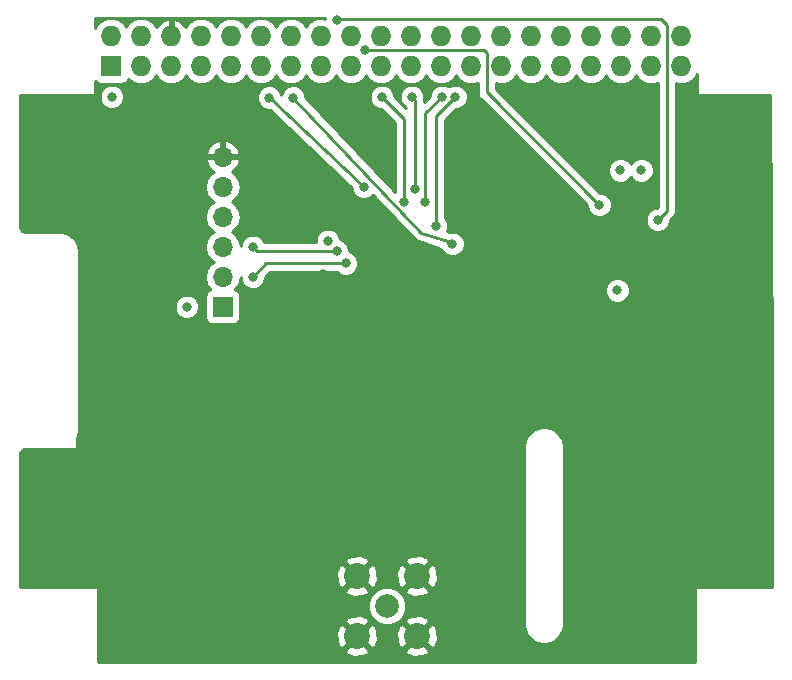
<source format=gbl>
G04 #@! TF.GenerationSoftware,KiCad,Pcbnew,5.0.1-33cea8e~67~ubuntu18.04.1*
G04 #@! TF.CreationDate,2018-12-03T16:30:20-06:00*
G04 #@! TF.ProjectId,PiHatAx5043,50694861744178353034332E6B696361,V1.3*
G04 #@! TF.SameCoordinates,Original*
G04 #@! TF.FileFunction,Copper,L4,Bot,Signal*
G04 #@! TF.FilePolarity,Positive*
%FSLAX46Y46*%
G04 Gerber Fmt 4.6, Leading zero omitted, Abs format (unit mm)*
G04 Created by KiCad (PCBNEW 5.0.1-33cea8e~67~ubuntu18.04.1) date Mon 03 Dec 2018 04:30:20 PM CST*
%MOMM*%
%LPD*%
G01*
G04 APERTURE LIST*
G04 #@! TA.AperFunction,ComponentPad*
%ADD10R,1.727200X1.727200*%
G04 #@! TD*
G04 #@! TA.AperFunction,ComponentPad*
%ADD11O,1.727200X1.727200*%
G04 #@! TD*
G04 #@! TA.AperFunction,ComponentPad*
%ADD12C,2.200000*%
G04 #@! TD*
G04 #@! TA.AperFunction,ComponentPad*
%ADD13C,2.000000*%
G04 #@! TD*
G04 #@! TA.AperFunction,ComponentPad*
%ADD14R,1.700000X1.700000*%
G04 #@! TD*
G04 #@! TA.AperFunction,ComponentPad*
%ADD15O,1.700000X1.700000*%
G04 #@! TD*
G04 #@! TA.AperFunction,ViaPad*
%ADD16C,0.800000*%
G04 #@! TD*
G04 #@! TA.AperFunction,Conductor*
%ADD17C,0.250000*%
G04 #@! TD*
G04 #@! TA.AperFunction,Conductor*
%ADD18C,0.254000*%
G04 #@! TD*
G04 APERTURE END LIST*
D10*
G04 #@! TO.P,P2,1*
G04 #@! TO.N,+3V3*
X52270000Y-43370000D03*
D11*
G04 #@! TO.P,P2,2*
G04 #@! TO.N,+5V*
X52270000Y-40830000D03*
G04 #@! TO.P,P2,3*
G04 #@! TO.N,/GPIO0(SDA)*
X54810000Y-43370000D03*
G04 #@! TO.P,P2,4*
G04 #@! TO.N,Net-(P2-Pad4)*
X54810000Y-40830000D03*
G04 #@! TO.P,P2,5*
G04 #@! TO.N,/GPIO1(SCL)*
X57350000Y-43370000D03*
G04 #@! TO.P,P2,6*
G04 #@! TO.N,GND*
X57350000Y-40830000D03*
G04 #@! TO.P,P2,7*
G04 #@! TO.N,/GPIO4*
X59890000Y-43370000D03*
G04 #@! TO.P,P2,8*
G04 #@! TO.N,/TXD*
X59890000Y-40830000D03*
G04 #@! TO.P,P2,9*
G04 #@! TO.N,Net-(P2-Pad9)*
X62430000Y-43370000D03*
G04 #@! TO.P,P2,10*
G04 #@! TO.N,/RXD*
X62430000Y-40830000D03*
G04 #@! TO.P,P2,11*
G04 #@! TO.N,AX5043_IRQ*
X64970000Y-43370000D03*
G04 #@! TO.P,P2,12*
G04 #@! TO.N,/GPIO18*
X64970000Y-40830000D03*
G04 #@! TO.P,P2,13*
G04 #@! TO.N,AX5043_SYSCLK*
X67510000Y-43370000D03*
G04 #@! TO.P,P2,14*
G04 #@! TO.N,Net-(P2-Pad14)*
X67510000Y-40830000D03*
G04 #@! TO.P,P2,15*
G04 #@! TO.N,Net-(P2-Pad15)*
X70050000Y-43370000D03*
G04 #@! TO.P,P2,16*
G04 #@! TO.N,I2C_SDA*
X70050000Y-40830000D03*
G04 #@! TO.P,P2,17*
G04 #@! TO.N,Net-(P2-Pad17)*
X72590000Y-43370000D03*
G04 #@! TO.P,P2,18*
G04 #@! TO.N,I2C_SCL*
X72590000Y-40830000D03*
G04 #@! TO.P,P2,19*
G04 #@! TO.N,AX5043_MOSI*
X75130000Y-43370000D03*
G04 #@! TO.P,P2,20*
G04 #@! TO.N,Net-(P2-Pad20)*
X75130000Y-40830000D03*
G04 #@! TO.P,P2,21*
G04 #@! TO.N,AX5043_MISO*
X77670000Y-43370000D03*
G04 #@! TO.P,P2,22*
G04 #@! TO.N,/GPIO25*
X77670000Y-40830000D03*
G04 #@! TO.P,P2,23*
G04 #@! TO.N,AX5043_CLK*
X80210000Y-43370000D03*
G04 #@! TO.P,P2,24*
G04 #@! TO.N,AX5043_SEL*
X80210000Y-40830000D03*
G04 #@! TO.P,P2,25*
G04 #@! TO.N,Net-(P2-Pad25)*
X82750000Y-43370000D03*
G04 #@! TO.P,P2,26*
G04 #@! TO.N,/GPIO7(CE1)*
X82750000Y-40830000D03*
G04 #@! TO.P,P2,27*
G04 #@! TO.N,N/C*
X85290000Y-43370000D03*
G04 #@! TO.P,P2,28*
X85290000Y-40830000D03*
G04 #@! TO.P,P2,29*
X87830000Y-43370000D03*
G04 #@! TO.P,P2,30*
X87830000Y-40830000D03*
G04 #@! TO.P,P2,31*
X90370000Y-43370000D03*
G04 #@! TO.P,P2,32*
X90370000Y-40830000D03*
G04 #@! TO.P,P2,33*
X92910000Y-43370000D03*
G04 #@! TO.P,P2,34*
X92910000Y-40830000D03*
G04 #@! TO.P,P2,35*
X95450000Y-43370000D03*
G04 #@! TO.P,P2,36*
X95450000Y-40830000D03*
G04 #@! TO.P,P2,37*
X97990000Y-43370000D03*
G04 #@! TO.P,P2,38*
X97990000Y-40830000D03*
G04 #@! TO.P,P2,39*
X100530000Y-43370000D03*
G04 #@! TO.P,P2,40*
X100530000Y-40830000D03*
G04 #@! TD*
D12*
G04 #@! TO.P,P1,2*
G04 #@! TO.N,GND*
X73088500Y-86550500D03*
X78168500Y-86550500D03*
X78168500Y-91630500D03*
X73088500Y-91630500D03*
D13*
G04 #@! TO.P,P1,1*
G04 #@! TO.N,Net-(C1-Pad1)*
X75628500Y-89090500D03*
G04 #@! TD*
D14*
G04 #@! TO.P,P3,1*
G04 #@! TO.N,+3V3*
X61722000Y-63754000D03*
D15*
G04 #@! TO.P,P3,2*
G04 #@! TO.N,AX5043_GPADC2*
X61722000Y-61214000D03*
G04 #@! TO.P,P3,3*
G04 #@! TO.N,AX5043_GPADC1*
X61722000Y-58674000D03*
G04 #@! TO.P,P3,4*
G04 #@! TO.N,Net-(P3-Pad4)*
X61722000Y-56134000D03*
G04 #@! TO.P,P3,5*
G04 #@! TO.N,Net-(P3-Pad5)*
X61722000Y-53594000D03*
G04 #@! TO.P,P3,6*
G04 #@! TO.N,GND*
X61722000Y-51054000D03*
G04 #@! TD*
D16*
G04 #@! TO.N,GND*
X78930500Y-64960500D03*
X80010000Y-66675000D03*
X80010000Y-65532000D03*
X77787500Y-63754000D03*
X77787500Y-64960500D03*
X59055000Y-51054000D03*
X82804000Y-63881000D03*
X72771000Y-79502000D03*
X72898000Y-82486500D03*
X74231500Y-82105500D03*
X74231500Y-80772000D03*
X73152000Y-80708500D03*
X72771000Y-73787000D03*
X73088500Y-78422500D03*
X74104500Y-77597000D03*
X74104500Y-76454000D03*
X74866500Y-75692000D03*
X74295000Y-74930000D03*
X73215500Y-74866500D03*
X72644000Y-66675000D03*
X72961500Y-72771000D03*
X74104500Y-72263000D03*
X74104500Y-71120000D03*
X74358500Y-70040500D03*
X74358500Y-69024500D03*
X74358500Y-68008500D03*
X73152000Y-67754500D03*
X73025000Y-65468500D03*
X74485500Y-65278000D03*
X75692000Y-64960500D03*
X80137000Y-75311000D03*
X76835000Y-83566000D03*
X78041500Y-83502500D03*
X78422500Y-82486500D03*
X78422500Y-81343500D03*
X78422500Y-80264000D03*
X77406500Y-79502000D03*
X78613000Y-78803500D03*
X78613000Y-77660500D03*
X78613000Y-76581000D03*
X79883000Y-76390500D03*
X78613000Y-67945000D03*
X79756000Y-67691000D03*
X79692500Y-72517000D03*
X78740000Y-72072500D03*
X78740000Y-70993000D03*
X78613000Y-69977000D03*
X78613000Y-68961000D03*
X93218000Y-56388000D03*
X72771000Y-83566000D03*
X58674000Y-47752000D03*
X55753000Y-58674000D03*
X55499000Y-62103000D03*
X70866000Y-55753000D03*
X65405000Y-63119000D03*
X70231000Y-60960000D03*
X71501000Y-64897000D03*
X94107000Y-61341000D03*
X96647000Y-65024000D03*
X80137000Y-73787000D03*
X81026000Y-91694000D03*
X80899000Y-86487000D03*
X70231000Y-86614000D03*
X70358000Y-91694000D03*
X75692000Y-63754000D03*
G04 #@! TO.N,+3V3*
X95123000Y-62357000D03*
X97155000Y-52197000D03*
X95377000Y-52197000D03*
X70612000Y-58166000D03*
X58674000Y-63754000D03*
X52324000Y-45974000D03*
G04 #@! TO.N,AX5043_IRQ*
X73660000Y-53594000D03*
X65659000Y-46037500D03*
G04 #@! TO.N,AX5043_SYSCLK*
X67690500Y-46038900D03*
X81153000Y-58420000D03*
G04 #@! TO.N,I2C_SDA*
X98552000Y-56388000D03*
X71374000Y-39497000D03*
G04 #@! TO.N,I2C_SCL*
X73787000Y-42037000D03*
X93599000Y-55118000D03*
G04 #@! TO.N,AX5043_MOSI*
X77089000Y-54864000D03*
X75184000Y-45974000D03*
G04 #@! TO.N,AX5043_MISO*
X77978000Y-53784500D03*
X77724000Y-45974000D03*
G04 #@! TO.N,AX5043_CLK*
X78867000Y-54864000D03*
X80264000Y-45974000D03*
G04 #@! TO.N,AX5043_SEL*
X79756000Y-56896000D03*
X81407000Y-45974000D03*
G04 #@! TO.N,AX5043_GPADC2*
X64262000Y-61214000D03*
X72136000Y-60071000D03*
G04 #@! TO.N,AX5043_GPADC1*
X71374000Y-59055000D03*
X64262000Y-58674000D03*
G04 #@! TD*
D17*
G04 #@! TO.N,AX5043_IRQ*
X65659000Y-45974000D02*
X73660000Y-53594000D01*
X65659000Y-46037500D02*
X65659000Y-45974000D01*
G04 #@! TO.N,AX5043_SYSCLK*
X81026000Y-58293000D02*
X81153000Y-58420000D01*
X78510900Y-57468900D02*
X81026000Y-58293000D01*
X67690500Y-46038900D02*
X78510900Y-57468900D01*
G04 #@! TO.N,I2C_SDA*
X99314000Y-55626000D02*
X98552000Y-56388000D01*
X99314000Y-39878000D02*
X99314000Y-55626000D01*
X98806000Y-39370000D02*
X99314000Y-39878000D01*
X71501000Y-39370000D02*
X98806000Y-39370000D01*
X71374000Y-39497000D02*
X71501000Y-39370000D01*
G04 #@! TO.N,I2C_SCL*
X73787000Y-42037000D02*
X83820000Y-42037000D01*
X83820000Y-42037000D02*
X84074000Y-42291000D01*
X84074000Y-42291000D02*
X84074000Y-45593000D01*
X84074000Y-45593000D02*
X93599000Y-55118000D01*
G04 #@! TO.N,AX5043_MOSI*
X77089000Y-47879000D02*
X77089000Y-54864000D01*
X75184000Y-45974000D02*
X77089000Y-47879000D01*
G04 #@! TO.N,AX5043_MISO*
X77978000Y-46228000D02*
X77978000Y-53784500D01*
X77724000Y-45974000D02*
X77978000Y-46228000D01*
G04 #@! TO.N,AX5043_CLK*
X78867000Y-47371000D02*
X78867000Y-54864000D01*
X80264000Y-45974000D02*
X78867000Y-47371000D01*
G04 #@! TO.N,AX5043_SEL*
X79756000Y-47625000D02*
X79756000Y-56896000D01*
X81407000Y-45974000D02*
X79756000Y-47625000D01*
G04 #@! TO.N,AX5043_GPADC2*
X64262000Y-61214000D02*
X65405000Y-60071000D01*
X65405000Y-60071000D02*
X72136000Y-60071000D01*
G04 #@! TO.N,AX5043_GPADC1*
X64643000Y-59055000D02*
X71374000Y-59055000D01*
X64262000Y-58674000D02*
X64643000Y-59055000D01*
G04 #@! TD*
D18*
G04 #@! TO.N,GND*
G36*
X101854000Y-45720000D02*
X101863667Y-45768601D01*
X101891197Y-45809803D01*
X101932399Y-45837333D01*
X101981000Y-45847000D01*
X108077767Y-45847000D01*
X108215001Y-68490499D01*
X108215001Y-87503000D01*
X101854000Y-87503000D01*
X101805399Y-87512667D01*
X101764197Y-87540197D01*
X101736667Y-87581399D01*
X101727000Y-87630000D01*
X101727000Y-93853000D01*
X51181000Y-93853000D01*
X51181000Y-92855368D01*
X72043237Y-92855368D01*
X72154141Y-93132599D01*
X72800093Y-93375823D01*
X73489953Y-93353336D01*
X74022859Y-93132599D01*
X74133763Y-92855368D01*
X77123237Y-92855368D01*
X77234141Y-93132599D01*
X77880093Y-93375823D01*
X78569953Y-93353336D01*
X79102859Y-93132599D01*
X79213763Y-92855368D01*
X78168500Y-91810105D01*
X77123237Y-92855368D01*
X74133763Y-92855368D01*
X73088500Y-91810105D01*
X72043237Y-92855368D01*
X51181000Y-92855368D01*
X51181000Y-91342093D01*
X71343177Y-91342093D01*
X71365664Y-92031953D01*
X71586401Y-92564859D01*
X71863632Y-92675763D01*
X72908895Y-91630500D01*
X73268105Y-91630500D01*
X74313368Y-92675763D01*
X74590599Y-92564859D01*
X74833823Y-91918907D01*
X74815021Y-91342093D01*
X76423177Y-91342093D01*
X76445664Y-92031953D01*
X76666401Y-92564859D01*
X76943632Y-92675763D01*
X77988895Y-91630500D01*
X78348105Y-91630500D01*
X79393368Y-92675763D01*
X79670599Y-92564859D01*
X79913823Y-91918907D01*
X79891336Y-91229047D01*
X79670599Y-90696141D01*
X79393368Y-90585237D01*
X78348105Y-91630500D01*
X77988895Y-91630500D01*
X76943632Y-90585237D01*
X76666401Y-90696141D01*
X76423177Y-91342093D01*
X74815021Y-91342093D01*
X74811336Y-91229047D01*
X74590599Y-90696141D01*
X74313368Y-90585237D01*
X73268105Y-91630500D01*
X72908895Y-91630500D01*
X71863632Y-90585237D01*
X71586401Y-90696141D01*
X71343177Y-91342093D01*
X51181000Y-91342093D01*
X51181000Y-90405632D01*
X72043237Y-90405632D01*
X73088500Y-91450895D01*
X74133763Y-90405632D01*
X74022859Y-90128401D01*
X73376907Y-89885177D01*
X72687047Y-89907664D01*
X72154141Y-90128401D01*
X72043237Y-90405632D01*
X51181000Y-90405632D01*
X51181000Y-88765278D01*
X73993500Y-88765278D01*
X73993500Y-89415722D01*
X74242414Y-90016653D01*
X74702347Y-90476586D01*
X75303278Y-90725500D01*
X75953722Y-90725500D01*
X76554653Y-90476586D01*
X76625607Y-90405632D01*
X77123237Y-90405632D01*
X78168500Y-91450895D01*
X79213763Y-90405632D01*
X79102859Y-90128401D01*
X78456907Y-89885177D01*
X77767047Y-89907664D01*
X77234141Y-90128401D01*
X77123237Y-90405632D01*
X76625607Y-90405632D01*
X77014586Y-90016653D01*
X77263500Y-89415722D01*
X77263500Y-88765278D01*
X77014586Y-88164347D01*
X76625607Y-87775368D01*
X77123237Y-87775368D01*
X77234141Y-88052599D01*
X77880093Y-88295823D01*
X78569953Y-88273336D01*
X79102859Y-88052599D01*
X79213763Y-87775368D01*
X78168500Y-86730105D01*
X77123237Y-87775368D01*
X76625607Y-87775368D01*
X76554653Y-87704414D01*
X75953722Y-87455500D01*
X75303278Y-87455500D01*
X74702347Y-87704414D01*
X74242414Y-88164347D01*
X73993500Y-88765278D01*
X51181000Y-88765278D01*
X51181000Y-87775368D01*
X72043237Y-87775368D01*
X72154141Y-88052599D01*
X72800093Y-88295823D01*
X73489953Y-88273336D01*
X74022859Y-88052599D01*
X74133763Y-87775368D01*
X73088500Y-86730105D01*
X72043237Y-87775368D01*
X51181000Y-87775368D01*
X51181000Y-87630000D01*
X51171333Y-87581399D01*
X51143803Y-87540197D01*
X51102601Y-87512667D01*
X51054000Y-87503000D01*
X44585000Y-87503000D01*
X44585000Y-86262093D01*
X71343177Y-86262093D01*
X71365664Y-86951953D01*
X71586401Y-87484859D01*
X71863632Y-87595763D01*
X72908895Y-86550500D01*
X73268105Y-86550500D01*
X74313368Y-87595763D01*
X74590599Y-87484859D01*
X74833823Y-86838907D01*
X74815021Y-86262093D01*
X76423177Y-86262093D01*
X76445664Y-86951953D01*
X76666401Y-87484859D01*
X76943632Y-87595763D01*
X77988895Y-86550500D01*
X78348105Y-86550500D01*
X79393368Y-87595763D01*
X79670599Y-87484859D01*
X79913823Y-86838907D01*
X79891336Y-86149047D01*
X79670599Y-85616141D01*
X79393368Y-85505237D01*
X78348105Y-86550500D01*
X77988895Y-86550500D01*
X76943632Y-85505237D01*
X76666401Y-85616141D01*
X76423177Y-86262093D01*
X74815021Y-86262093D01*
X74811336Y-86149047D01*
X74590599Y-85616141D01*
X74313368Y-85505237D01*
X73268105Y-86550500D01*
X72908895Y-86550500D01*
X71863632Y-85505237D01*
X71586401Y-85616141D01*
X71343177Y-86262093D01*
X44585000Y-86262093D01*
X44585000Y-85325632D01*
X72043237Y-85325632D01*
X73088500Y-86370895D01*
X74133763Y-85325632D01*
X77123237Y-85325632D01*
X78168500Y-86370895D01*
X79213763Y-85325632D01*
X79102859Y-85048401D01*
X78456907Y-84805177D01*
X77767047Y-84827664D01*
X77234141Y-85048401D01*
X77123237Y-85325632D01*
X74133763Y-85325632D01*
X74022859Y-85048401D01*
X73376907Y-84805177D01*
X72687047Y-84827664D01*
X72154141Y-85048401D01*
X72043237Y-85325632D01*
X44585000Y-85325632D01*
X44585000Y-76167466D01*
X44621376Y-75984591D01*
X44621625Y-75984218D01*
X44869452Y-75819000D01*
X49276000Y-75819000D01*
X49324601Y-75809333D01*
X49365803Y-75781803D01*
X49393333Y-75740601D01*
X49403000Y-75692000D01*
X49403000Y-75532539D01*
X87215000Y-75532539D01*
X87215001Y-90667462D01*
X87228162Y-90733627D01*
X87228162Y-90733636D01*
X87304282Y-91116319D01*
X87355534Y-91240052D01*
X87406563Y-91363248D01*
X87623336Y-91687672D01*
X87812328Y-91876664D01*
X88136751Y-92093437D01*
X88190876Y-92115856D01*
X88383681Y-92195718D01*
X88766364Y-92271838D01*
X89033636Y-92271838D01*
X89416319Y-92195718D01*
X89663248Y-92093437D01*
X89663249Y-92093436D01*
X89987672Y-91876664D01*
X90176664Y-91687672D01*
X90393437Y-91363249D01*
X90450942Y-91224419D01*
X90495718Y-91116319D01*
X90571838Y-90733636D01*
X90571838Y-90733632D01*
X90585000Y-90667462D01*
X90585000Y-75532538D01*
X90571838Y-75466368D01*
X90571838Y-75466364D01*
X90495718Y-75083681D01*
X90415594Y-74890243D01*
X90393437Y-74836751D01*
X90176664Y-74512328D01*
X89987672Y-74323336D01*
X89663248Y-74106563D01*
X89652517Y-74102118D01*
X89416319Y-74004282D01*
X89033636Y-73928162D01*
X88766364Y-73928162D01*
X88383681Y-74004282D01*
X88239032Y-74064197D01*
X88136751Y-74106563D01*
X87812328Y-74323336D01*
X87623336Y-74512328D01*
X87406564Y-74836751D01*
X87406563Y-74836752D01*
X87304282Y-75083681D01*
X87228162Y-75466364D01*
X87228162Y-75466369D01*
X87215000Y-75532539D01*
X49403000Y-75532539D01*
X49403000Y-74840161D01*
X49447123Y-74733637D01*
X49495718Y-74616319D01*
X49571838Y-74233636D01*
X49571838Y-74233632D01*
X49585000Y-74167462D01*
X49585000Y-63548126D01*
X57639000Y-63548126D01*
X57639000Y-63959874D01*
X57796569Y-64340280D01*
X58087720Y-64631431D01*
X58468126Y-64789000D01*
X58879874Y-64789000D01*
X59260280Y-64631431D01*
X59551431Y-64340280D01*
X59709000Y-63959874D01*
X59709000Y-63548126D01*
X59551431Y-63167720D01*
X59260280Y-62876569D01*
X58879874Y-62719000D01*
X58468126Y-62719000D01*
X58087720Y-62876569D01*
X57796569Y-63167720D01*
X57639000Y-63548126D01*
X49585000Y-63548126D01*
X49585000Y-59032538D01*
X49571838Y-58966368D01*
X49571838Y-58966364D01*
X49495718Y-58583681D01*
X49393437Y-58336752D01*
X49393437Y-58336751D01*
X49176664Y-58012328D01*
X48987672Y-57823336D01*
X48663248Y-57606563D01*
X48632573Y-57593857D01*
X48627264Y-57591658D01*
X48603803Y-57568197D01*
X48562601Y-57540667D01*
X48514000Y-57531000D01*
X48480822Y-57531000D01*
X48416319Y-57504282D01*
X48033636Y-57428162D01*
X48033632Y-57428162D01*
X47967462Y-57415000D01*
X44967466Y-57415000D01*
X44784590Y-57378624D01*
X44686751Y-57313250D01*
X44621376Y-57215409D01*
X44585000Y-57032534D01*
X44585000Y-53594000D01*
X60207908Y-53594000D01*
X60323161Y-54173418D01*
X60651375Y-54664625D01*
X60949761Y-54864000D01*
X60651375Y-55063375D01*
X60323161Y-55554582D01*
X60207908Y-56134000D01*
X60323161Y-56713418D01*
X60651375Y-57204625D01*
X60949761Y-57404000D01*
X60651375Y-57603375D01*
X60323161Y-58094582D01*
X60207908Y-58674000D01*
X60323161Y-59253418D01*
X60651375Y-59744625D01*
X60949761Y-59944000D01*
X60651375Y-60143375D01*
X60323161Y-60634582D01*
X60207908Y-61214000D01*
X60323161Y-61793418D01*
X60651375Y-62284625D01*
X60669619Y-62296816D01*
X60624235Y-62305843D01*
X60414191Y-62446191D01*
X60273843Y-62656235D01*
X60224560Y-62904000D01*
X60224560Y-64604000D01*
X60273843Y-64851765D01*
X60414191Y-65061809D01*
X60624235Y-65202157D01*
X60872000Y-65251440D01*
X62572000Y-65251440D01*
X62819765Y-65202157D01*
X63029809Y-65061809D01*
X63170157Y-64851765D01*
X63219440Y-64604000D01*
X63219440Y-62904000D01*
X63170157Y-62656235D01*
X63029809Y-62446191D01*
X62819765Y-62305843D01*
X62774381Y-62296816D01*
X62792625Y-62284625D01*
X63120839Y-61793418D01*
X63227000Y-61259709D01*
X63227000Y-61419874D01*
X63384569Y-61800280D01*
X63675720Y-62091431D01*
X64056126Y-62249000D01*
X64467874Y-62249000D01*
X64704163Y-62151126D01*
X94088000Y-62151126D01*
X94088000Y-62562874D01*
X94245569Y-62943280D01*
X94536720Y-63234431D01*
X94917126Y-63392000D01*
X95328874Y-63392000D01*
X95709280Y-63234431D01*
X96000431Y-62943280D01*
X96158000Y-62562874D01*
X96158000Y-62151126D01*
X96000431Y-61770720D01*
X95709280Y-61479569D01*
X95328874Y-61322000D01*
X94917126Y-61322000D01*
X94536720Y-61479569D01*
X94245569Y-61770720D01*
X94088000Y-62151126D01*
X64704163Y-62151126D01*
X64848280Y-62091431D01*
X65139431Y-61800280D01*
X65297000Y-61419874D01*
X65297000Y-61253801D01*
X65719802Y-60831000D01*
X71432289Y-60831000D01*
X71549720Y-60948431D01*
X71930126Y-61106000D01*
X72341874Y-61106000D01*
X72722280Y-60948431D01*
X73013431Y-60657280D01*
X73171000Y-60276874D01*
X73171000Y-59865126D01*
X73013431Y-59484720D01*
X72722280Y-59193569D01*
X72409000Y-59063804D01*
X72409000Y-58849126D01*
X72251431Y-58468720D01*
X71960280Y-58177569D01*
X71647000Y-58047804D01*
X71647000Y-57960126D01*
X71489431Y-57579720D01*
X71198280Y-57288569D01*
X70817874Y-57131000D01*
X70406126Y-57131000D01*
X70025720Y-57288569D01*
X69734569Y-57579720D01*
X69577000Y-57960126D01*
X69577000Y-58295000D01*
X65225289Y-58295000D01*
X65139431Y-58087720D01*
X64848280Y-57796569D01*
X64467874Y-57639000D01*
X64056126Y-57639000D01*
X63675720Y-57796569D01*
X63384569Y-58087720D01*
X63227000Y-58468126D01*
X63227000Y-58628291D01*
X63120839Y-58094582D01*
X62792625Y-57603375D01*
X62494239Y-57404000D01*
X62792625Y-57204625D01*
X63120839Y-56713418D01*
X63236092Y-56134000D01*
X63120839Y-55554582D01*
X62792625Y-55063375D01*
X62494239Y-54864000D01*
X62792625Y-54664625D01*
X63120839Y-54173418D01*
X63236092Y-53594000D01*
X63120839Y-53014582D01*
X62792625Y-52523375D01*
X62473522Y-52310157D01*
X62603358Y-52249183D01*
X62993645Y-51820924D01*
X63163476Y-51410890D01*
X63042155Y-51181000D01*
X61849000Y-51181000D01*
X61849000Y-51201000D01*
X61595000Y-51201000D01*
X61595000Y-51181000D01*
X60401845Y-51181000D01*
X60280524Y-51410890D01*
X60450355Y-51820924D01*
X60840642Y-52249183D01*
X60970478Y-52310157D01*
X60651375Y-52523375D01*
X60323161Y-53014582D01*
X60207908Y-53594000D01*
X44585000Y-53594000D01*
X44585000Y-50697110D01*
X60280524Y-50697110D01*
X60401845Y-50927000D01*
X61595000Y-50927000D01*
X61595000Y-49733181D01*
X61849000Y-49733181D01*
X61849000Y-50927000D01*
X63042155Y-50927000D01*
X63163476Y-50697110D01*
X62993645Y-50287076D01*
X62603358Y-49858817D01*
X62078892Y-49612514D01*
X61849000Y-49733181D01*
X61595000Y-49733181D01*
X61365108Y-49612514D01*
X60840642Y-49858817D01*
X60450355Y-50287076D01*
X60280524Y-50697110D01*
X44585000Y-50697110D01*
X44585000Y-45847000D01*
X50800000Y-45847000D01*
X50848601Y-45837333D01*
X50889803Y-45809803D01*
X50917333Y-45768601D01*
X50917427Y-45768126D01*
X51289000Y-45768126D01*
X51289000Y-46179874D01*
X51446569Y-46560280D01*
X51737720Y-46851431D01*
X52118126Y-47009000D01*
X52529874Y-47009000D01*
X52910280Y-46851431D01*
X53201431Y-46560280D01*
X53359000Y-46179874D01*
X53359000Y-45831626D01*
X64624000Y-45831626D01*
X64624000Y-46243374D01*
X64781569Y-46623780D01*
X65072720Y-46914931D01*
X65453126Y-47072500D01*
X65710426Y-47072500D01*
X72625000Y-53657809D01*
X72625000Y-53799874D01*
X72782569Y-54180280D01*
X73073720Y-54471431D01*
X73454126Y-54629000D01*
X73865874Y-54629000D01*
X74246280Y-54471431D01*
X74441734Y-54275977D01*
X77934703Y-57965734D01*
X78006192Y-58056881D01*
X78103624Y-58111763D01*
X78194867Y-58176413D01*
X78307816Y-58202115D01*
X80199171Y-58821837D01*
X80275569Y-59006280D01*
X80566720Y-59297431D01*
X80947126Y-59455000D01*
X81358874Y-59455000D01*
X81739280Y-59297431D01*
X82030431Y-59006280D01*
X82188000Y-58625874D01*
X82188000Y-58214126D01*
X82030431Y-57833720D01*
X81739280Y-57542569D01*
X81358874Y-57385000D01*
X80947126Y-57385000D01*
X80836058Y-57431006D01*
X80676346Y-57378674D01*
X80791000Y-57101874D01*
X80791000Y-56690126D01*
X80633431Y-56309720D01*
X80516000Y-56192289D01*
X80516000Y-47939801D01*
X81446802Y-47009000D01*
X81612874Y-47009000D01*
X81993280Y-46851431D01*
X82284431Y-46560280D01*
X82442000Y-46179874D01*
X82442000Y-45768126D01*
X82284431Y-45387720D01*
X81993280Y-45096569D01*
X81612874Y-44939000D01*
X81201126Y-44939000D01*
X80835500Y-45090447D01*
X80469874Y-44939000D01*
X80058126Y-44939000D01*
X79677720Y-45096569D01*
X79386569Y-45387720D01*
X79229000Y-45768126D01*
X79229000Y-45934198D01*
X78738000Y-46425198D01*
X78738000Y-46302846D01*
X78752888Y-46227999D01*
X78748404Y-46205456D01*
X78759000Y-46179874D01*
X78759000Y-45768126D01*
X78601431Y-45387720D01*
X78310280Y-45096569D01*
X77929874Y-44939000D01*
X77518126Y-44939000D01*
X77137720Y-45096569D01*
X76846569Y-45387720D01*
X76689000Y-45768126D01*
X76689000Y-46179874D01*
X76846569Y-46560280D01*
X77137720Y-46851431D01*
X77218000Y-46884684D01*
X77218000Y-46933198D01*
X76219000Y-45934199D01*
X76219000Y-45768126D01*
X76061431Y-45387720D01*
X75770280Y-45096569D01*
X75389874Y-44939000D01*
X74978126Y-44939000D01*
X74597720Y-45096569D01*
X74306569Y-45387720D01*
X74149000Y-45768126D01*
X74149000Y-46179874D01*
X74306569Y-46560280D01*
X74597720Y-46851431D01*
X74978126Y-47009000D01*
X75144199Y-47009000D01*
X76329000Y-48193802D01*
X76329001Y-54058584D01*
X68725500Y-46026718D01*
X68725500Y-45833026D01*
X68567931Y-45452620D01*
X68276780Y-45161469D01*
X67896374Y-45003900D01*
X67484626Y-45003900D01*
X67104220Y-45161469D01*
X66813069Y-45452620D01*
X66675040Y-45785852D01*
X66536431Y-45451220D01*
X66245280Y-45160069D01*
X65864874Y-45002500D01*
X65453126Y-45002500D01*
X65072720Y-45160069D01*
X64781569Y-45451220D01*
X64624000Y-45831626D01*
X53359000Y-45831626D01*
X53359000Y-45768126D01*
X53201431Y-45387720D01*
X52910280Y-45096569D01*
X52529874Y-44939000D01*
X52118126Y-44939000D01*
X51737720Y-45096569D01*
X51446569Y-45387720D01*
X51289000Y-45768126D01*
X50917427Y-45768126D01*
X50927000Y-45720000D01*
X50927000Y-44659096D01*
X50948591Y-44691409D01*
X51158635Y-44831757D01*
X51406400Y-44881040D01*
X53133600Y-44881040D01*
X53381365Y-44831757D01*
X53591409Y-44691409D01*
X53731757Y-44481365D01*
X53736932Y-44455349D01*
X54225275Y-44781650D01*
X54662402Y-44868600D01*
X54957598Y-44868600D01*
X55394725Y-44781650D01*
X55890430Y-44450430D01*
X56080000Y-44166719D01*
X56269570Y-44450430D01*
X56765275Y-44781650D01*
X57202402Y-44868600D01*
X57497598Y-44868600D01*
X57934725Y-44781650D01*
X58430430Y-44450430D01*
X58620000Y-44166719D01*
X58809570Y-44450430D01*
X59305275Y-44781650D01*
X59742402Y-44868600D01*
X60037598Y-44868600D01*
X60474725Y-44781650D01*
X60970430Y-44450430D01*
X61160000Y-44166719D01*
X61349570Y-44450430D01*
X61845275Y-44781650D01*
X62282402Y-44868600D01*
X62577598Y-44868600D01*
X63014725Y-44781650D01*
X63510430Y-44450430D01*
X63700000Y-44166719D01*
X63889570Y-44450430D01*
X64385275Y-44781650D01*
X64822402Y-44868600D01*
X65117598Y-44868600D01*
X65554725Y-44781650D01*
X66050430Y-44450430D01*
X66240000Y-44166719D01*
X66429570Y-44450430D01*
X66925275Y-44781650D01*
X67362402Y-44868600D01*
X67657598Y-44868600D01*
X68094725Y-44781650D01*
X68590430Y-44450430D01*
X68780000Y-44166719D01*
X68969570Y-44450430D01*
X69465275Y-44781650D01*
X69902402Y-44868600D01*
X70197598Y-44868600D01*
X70634725Y-44781650D01*
X71130430Y-44450430D01*
X71320000Y-44166719D01*
X71509570Y-44450430D01*
X72005275Y-44781650D01*
X72442402Y-44868600D01*
X72737598Y-44868600D01*
X73174725Y-44781650D01*
X73670430Y-44450430D01*
X73860000Y-44166719D01*
X74049570Y-44450430D01*
X74545275Y-44781650D01*
X74982402Y-44868600D01*
X75277598Y-44868600D01*
X75714725Y-44781650D01*
X76210430Y-44450430D01*
X76400000Y-44166719D01*
X76589570Y-44450430D01*
X77085275Y-44781650D01*
X77522402Y-44868600D01*
X77817598Y-44868600D01*
X78254725Y-44781650D01*
X78750430Y-44450430D01*
X78940000Y-44166719D01*
X79129570Y-44450430D01*
X79625275Y-44781650D01*
X80062402Y-44868600D01*
X80357598Y-44868600D01*
X80794725Y-44781650D01*
X81290430Y-44450430D01*
X81480000Y-44166719D01*
X81669570Y-44450430D01*
X82165275Y-44781650D01*
X82602402Y-44868600D01*
X82897598Y-44868600D01*
X83314001Y-44785772D01*
X83314001Y-45518148D01*
X83299112Y-45593000D01*
X83314001Y-45667852D01*
X83358097Y-45889537D01*
X83526072Y-46140929D01*
X83589528Y-46183329D01*
X92564000Y-55157802D01*
X92564000Y-55323874D01*
X92721569Y-55704280D01*
X93012720Y-55995431D01*
X93393126Y-56153000D01*
X93804874Y-56153000D01*
X94185280Y-55995431D01*
X94476431Y-55704280D01*
X94634000Y-55323874D01*
X94634000Y-54912126D01*
X94476431Y-54531720D01*
X94185280Y-54240569D01*
X93804874Y-54083000D01*
X93638802Y-54083000D01*
X91546928Y-51991126D01*
X94342000Y-51991126D01*
X94342000Y-52402874D01*
X94499569Y-52783280D01*
X94790720Y-53074431D01*
X95171126Y-53232000D01*
X95582874Y-53232000D01*
X95963280Y-53074431D01*
X96254431Y-52783280D01*
X96266000Y-52755350D01*
X96277569Y-52783280D01*
X96568720Y-53074431D01*
X96949126Y-53232000D01*
X97360874Y-53232000D01*
X97741280Y-53074431D01*
X98032431Y-52783280D01*
X98190000Y-52402874D01*
X98190000Y-51991126D01*
X98032431Y-51610720D01*
X97741280Y-51319569D01*
X97360874Y-51162000D01*
X96949126Y-51162000D01*
X96568720Y-51319569D01*
X96277569Y-51610720D01*
X96266000Y-51638650D01*
X96254431Y-51610720D01*
X95963280Y-51319569D01*
X95582874Y-51162000D01*
X95171126Y-51162000D01*
X94790720Y-51319569D01*
X94499569Y-51610720D01*
X94342000Y-51991126D01*
X91546928Y-51991126D01*
X84834000Y-45278199D01*
X84834000Y-44807255D01*
X85142402Y-44868600D01*
X85437598Y-44868600D01*
X85874725Y-44781650D01*
X86370430Y-44450430D01*
X86560000Y-44166719D01*
X86749570Y-44450430D01*
X87245275Y-44781650D01*
X87682402Y-44868600D01*
X87977598Y-44868600D01*
X88414725Y-44781650D01*
X88910430Y-44450430D01*
X89100000Y-44166719D01*
X89289570Y-44450430D01*
X89785275Y-44781650D01*
X90222402Y-44868600D01*
X90517598Y-44868600D01*
X90954725Y-44781650D01*
X91450430Y-44450430D01*
X91640000Y-44166719D01*
X91829570Y-44450430D01*
X92325275Y-44781650D01*
X92762402Y-44868600D01*
X93057598Y-44868600D01*
X93494725Y-44781650D01*
X93990430Y-44450430D01*
X94180000Y-44166719D01*
X94369570Y-44450430D01*
X94865275Y-44781650D01*
X95302402Y-44868600D01*
X95597598Y-44868600D01*
X96034725Y-44781650D01*
X96530430Y-44450430D01*
X96720000Y-44166719D01*
X96909570Y-44450430D01*
X97405275Y-44781650D01*
X97842402Y-44868600D01*
X98137598Y-44868600D01*
X98554000Y-44785772D01*
X98554001Y-55311197D01*
X98512198Y-55353000D01*
X98346126Y-55353000D01*
X97965720Y-55510569D01*
X97674569Y-55801720D01*
X97517000Y-56182126D01*
X97517000Y-56593874D01*
X97674569Y-56974280D01*
X97965720Y-57265431D01*
X98346126Y-57423000D01*
X98757874Y-57423000D01*
X99138280Y-57265431D01*
X99429431Y-56974280D01*
X99587000Y-56593874D01*
X99587000Y-56427802D01*
X99798473Y-56216329D01*
X99861929Y-56173929D01*
X99917031Y-56091463D01*
X100029904Y-55922538D01*
X100039480Y-55874395D01*
X100074000Y-55700852D01*
X100074000Y-55700848D01*
X100088888Y-55626000D01*
X100074000Y-55551152D01*
X100074000Y-44807255D01*
X100382402Y-44868600D01*
X100677598Y-44868600D01*
X101114725Y-44781650D01*
X101610430Y-44450430D01*
X101854000Y-44085902D01*
X101854000Y-45720000D01*
X101854000Y-45720000D01*
G37*
X101854000Y-45720000D02*
X101863667Y-45768601D01*
X101891197Y-45809803D01*
X101932399Y-45837333D01*
X101981000Y-45847000D01*
X108077767Y-45847000D01*
X108215001Y-68490499D01*
X108215001Y-87503000D01*
X101854000Y-87503000D01*
X101805399Y-87512667D01*
X101764197Y-87540197D01*
X101736667Y-87581399D01*
X101727000Y-87630000D01*
X101727000Y-93853000D01*
X51181000Y-93853000D01*
X51181000Y-92855368D01*
X72043237Y-92855368D01*
X72154141Y-93132599D01*
X72800093Y-93375823D01*
X73489953Y-93353336D01*
X74022859Y-93132599D01*
X74133763Y-92855368D01*
X77123237Y-92855368D01*
X77234141Y-93132599D01*
X77880093Y-93375823D01*
X78569953Y-93353336D01*
X79102859Y-93132599D01*
X79213763Y-92855368D01*
X78168500Y-91810105D01*
X77123237Y-92855368D01*
X74133763Y-92855368D01*
X73088500Y-91810105D01*
X72043237Y-92855368D01*
X51181000Y-92855368D01*
X51181000Y-91342093D01*
X71343177Y-91342093D01*
X71365664Y-92031953D01*
X71586401Y-92564859D01*
X71863632Y-92675763D01*
X72908895Y-91630500D01*
X73268105Y-91630500D01*
X74313368Y-92675763D01*
X74590599Y-92564859D01*
X74833823Y-91918907D01*
X74815021Y-91342093D01*
X76423177Y-91342093D01*
X76445664Y-92031953D01*
X76666401Y-92564859D01*
X76943632Y-92675763D01*
X77988895Y-91630500D01*
X78348105Y-91630500D01*
X79393368Y-92675763D01*
X79670599Y-92564859D01*
X79913823Y-91918907D01*
X79891336Y-91229047D01*
X79670599Y-90696141D01*
X79393368Y-90585237D01*
X78348105Y-91630500D01*
X77988895Y-91630500D01*
X76943632Y-90585237D01*
X76666401Y-90696141D01*
X76423177Y-91342093D01*
X74815021Y-91342093D01*
X74811336Y-91229047D01*
X74590599Y-90696141D01*
X74313368Y-90585237D01*
X73268105Y-91630500D01*
X72908895Y-91630500D01*
X71863632Y-90585237D01*
X71586401Y-90696141D01*
X71343177Y-91342093D01*
X51181000Y-91342093D01*
X51181000Y-90405632D01*
X72043237Y-90405632D01*
X73088500Y-91450895D01*
X74133763Y-90405632D01*
X74022859Y-90128401D01*
X73376907Y-89885177D01*
X72687047Y-89907664D01*
X72154141Y-90128401D01*
X72043237Y-90405632D01*
X51181000Y-90405632D01*
X51181000Y-88765278D01*
X73993500Y-88765278D01*
X73993500Y-89415722D01*
X74242414Y-90016653D01*
X74702347Y-90476586D01*
X75303278Y-90725500D01*
X75953722Y-90725500D01*
X76554653Y-90476586D01*
X76625607Y-90405632D01*
X77123237Y-90405632D01*
X78168500Y-91450895D01*
X79213763Y-90405632D01*
X79102859Y-90128401D01*
X78456907Y-89885177D01*
X77767047Y-89907664D01*
X77234141Y-90128401D01*
X77123237Y-90405632D01*
X76625607Y-90405632D01*
X77014586Y-90016653D01*
X77263500Y-89415722D01*
X77263500Y-88765278D01*
X77014586Y-88164347D01*
X76625607Y-87775368D01*
X77123237Y-87775368D01*
X77234141Y-88052599D01*
X77880093Y-88295823D01*
X78569953Y-88273336D01*
X79102859Y-88052599D01*
X79213763Y-87775368D01*
X78168500Y-86730105D01*
X77123237Y-87775368D01*
X76625607Y-87775368D01*
X76554653Y-87704414D01*
X75953722Y-87455500D01*
X75303278Y-87455500D01*
X74702347Y-87704414D01*
X74242414Y-88164347D01*
X73993500Y-88765278D01*
X51181000Y-88765278D01*
X51181000Y-87775368D01*
X72043237Y-87775368D01*
X72154141Y-88052599D01*
X72800093Y-88295823D01*
X73489953Y-88273336D01*
X74022859Y-88052599D01*
X74133763Y-87775368D01*
X73088500Y-86730105D01*
X72043237Y-87775368D01*
X51181000Y-87775368D01*
X51181000Y-87630000D01*
X51171333Y-87581399D01*
X51143803Y-87540197D01*
X51102601Y-87512667D01*
X51054000Y-87503000D01*
X44585000Y-87503000D01*
X44585000Y-86262093D01*
X71343177Y-86262093D01*
X71365664Y-86951953D01*
X71586401Y-87484859D01*
X71863632Y-87595763D01*
X72908895Y-86550500D01*
X73268105Y-86550500D01*
X74313368Y-87595763D01*
X74590599Y-87484859D01*
X74833823Y-86838907D01*
X74815021Y-86262093D01*
X76423177Y-86262093D01*
X76445664Y-86951953D01*
X76666401Y-87484859D01*
X76943632Y-87595763D01*
X77988895Y-86550500D01*
X78348105Y-86550500D01*
X79393368Y-87595763D01*
X79670599Y-87484859D01*
X79913823Y-86838907D01*
X79891336Y-86149047D01*
X79670599Y-85616141D01*
X79393368Y-85505237D01*
X78348105Y-86550500D01*
X77988895Y-86550500D01*
X76943632Y-85505237D01*
X76666401Y-85616141D01*
X76423177Y-86262093D01*
X74815021Y-86262093D01*
X74811336Y-86149047D01*
X74590599Y-85616141D01*
X74313368Y-85505237D01*
X73268105Y-86550500D01*
X72908895Y-86550500D01*
X71863632Y-85505237D01*
X71586401Y-85616141D01*
X71343177Y-86262093D01*
X44585000Y-86262093D01*
X44585000Y-85325632D01*
X72043237Y-85325632D01*
X73088500Y-86370895D01*
X74133763Y-85325632D01*
X77123237Y-85325632D01*
X78168500Y-86370895D01*
X79213763Y-85325632D01*
X79102859Y-85048401D01*
X78456907Y-84805177D01*
X77767047Y-84827664D01*
X77234141Y-85048401D01*
X77123237Y-85325632D01*
X74133763Y-85325632D01*
X74022859Y-85048401D01*
X73376907Y-84805177D01*
X72687047Y-84827664D01*
X72154141Y-85048401D01*
X72043237Y-85325632D01*
X44585000Y-85325632D01*
X44585000Y-76167466D01*
X44621376Y-75984591D01*
X44621625Y-75984218D01*
X44869452Y-75819000D01*
X49276000Y-75819000D01*
X49324601Y-75809333D01*
X49365803Y-75781803D01*
X49393333Y-75740601D01*
X49403000Y-75692000D01*
X49403000Y-75532539D01*
X87215000Y-75532539D01*
X87215001Y-90667462D01*
X87228162Y-90733627D01*
X87228162Y-90733636D01*
X87304282Y-91116319D01*
X87355534Y-91240052D01*
X87406563Y-91363248D01*
X87623336Y-91687672D01*
X87812328Y-91876664D01*
X88136751Y-92093437D01*
X88190876Y-92115856D01*
X88383681Y-92195718D01*
X88766364Y-92271838D01*
X89033636Y-92271838D01*
X89416319Y-92195718D01*
X89663248Y-92093437D01*
X89663249Y-92093436D01*
X89987672Y-91876664D01*
X90176664Y-91687672D01*
X90393437Y-91363249D01*
X90450942Y-91224419D01*
X90495718Y-91116319D01*
X90571838Y-90733636D01*
X90571838Y-90733632D01*
X90585000Y-90667462D01*
X90585000Y-75532538D01*
X90571838Y-75466368D01*
X90571838Y-75466364D01*
X90495718Y-75083681D01*
X90415594Y-74890243D01*
X90393437Y-74836751D01*
X90176664Y-74512328D01*
X89987672Y-74323336D01*
X89663248Y-74106563D01*
X89652517Y-74102118D01*
X89416319Y-74004282D01*
X89033636Y-73928162D01*
X88766364Y-73928162D01*
X88383681Y-74004282D01*
X88239032Y-74064197D01*
X88136751Y-74106563D01*
X87812328Y-74323336D01*
X87623336Y-74512328D01*
X87406564Y-74836751D01*
X87406563Y-74836752D01*
X87304282Y-75083681D01*
X87228162Y-75466364D01*
X87228162Y-75466369D01*
X87215000Y-75532539D01*
X49403000Y-75532539D01*
X49403000Y-74840161D01*
X49447123Y-74733637D01*
X49495718Y-74616319D01*
X49571838Y-74233636D01*
X49571838Y-74233632D01*
X49585000Y-74167462D01*
X49585000Y-63548126D01*
X57639000Y-63548126D01*
X57639000Y-63959874D01*
X57796569Y-64340280D01*
X58087720Y-64631431D01*
X58468126Y-64789000D01*
X58879874Y-64789000D01*
X59260280Y-64631431D01*
X59551431Y-64340280D01*
X59709000Y-63959874D01*
X59709000Y-63548126D01*
X59551431Y-63167720D01*
X59260280Y-62876569D01*
X58879874Y-62719000D01*
X58468126Y-62719000D01*
X58087720Y-62876569D01*
X57796569Y-63167720D01*
X57639000Y-63548126D01*
X49585000Y-63548126D01*
X49585000Y-59032538D01*
X49571838Y-58966368D01*
X49571838Y-58966364D01*
X49495718Y-58583681D01*
X49393437Y-58336752D01*
X49393437Y-58336751D01*
X49176664Y-58012328D01*
X48987672Y-57823336D01*
X48663248Y-57606563D01*
X48632573Y-57593857D01*
X48627264Y-57591658D01*
X48603803Y-57568197D01*
X48562601Y-57540667D01*
X48514000Y-57531000D01*
X48480822Y-57531000D01*
X48416319Y-57504282D01*
X48033636Y-57428162D01*
X48033632Y-57428162D01*
X47967462Y-57415000D01*
X44967466Y-57415000D01*
X44784590Y-57378624D01*
X44686751Y-57313250D01*
X44621376Y-57215409D01*
X44585000Y-57032534D01*
X44585000Y-53594000D01*
X60207908Y-53594000D01*
X60323161Y-54173418D01*
X60651375Y-54664625D01*
X60949761Y-54864000D01*
X60651375Y-55063375D01*
X60323161Y-55554582D01*
X60207908Y-56134000D01*
X60323161Y-56713418D01*
X60651375Y-57204625D01*
X60949761Y-57404000D01*
X60651375Y-57603375D01*
X60323161Y-58094582D01*
X60207908Y-58674000D01*
X60323161Y-59253418D01*
X60651375Y-59744625D01*
X60949761Y-59944000D01*
X60651375Y-60143375D01*
X60323161Y-60634582D01*
X60207908Y-61214000D01*
X60323161Y-61793418D01*
X60651375Y-62284625D01*
X60669619Y-62296816D01*
X60624235Y-62305843D01*
X60414191Y-62446191D01*
X60273843Y-62656235D01*
X60224560Y-62904000D01*
X60224560Y-64604000D01*
X60273843Y-64851765D01*
X60414191Y-65061809D01*
X60624235Y-65202157D01*
X60872000Y-65251440D01*
X62572000Y-65251440D01*
X62819765Y-65202157D01*
X63029809Y-65061809D01*
X63170157Y-64851765D01*
X63219440Y-64604000D01*
X63219440Y-62904000D01*
X63170157Y-62656235D01*
X63029809Y-62446191D01*
X62819765Y-62305843D01*
X62774381Y-62296816D01*
X62792625Y-62284625D01*
X63120839Y-61793418D01*
X63227000Y-61259709D01*
X63227000Y-61419874D01*
X63384569Y-61800280D01*
X63675720Y-62091431D01*
X64056126Y-62249000D01*
X64467874Y-62249000D01*
X64704163Y-62151126D01*
X94088000Y-62151126D01*
X94088000Y-62562874D01*
X94245569Y-62943280D01*
X94536720Y-63234431D01*
X94917126Y-63392000D01*
X95328874Y-63392000D01*
X95709280Y-63234431D01*
X96000431Y-62943280D01*
X96158000Y-62562874D01*
X96158000Y-62151126D01*
X96000431Y-61770720D01*
X95709280Y-61479569D01*
X95328874Y-61322000D01*
X94917126Y-61322000D01*
X94536720Y-61479569D01*
X94245569Y-61770720D01*
X94088000Y-62151126D01*
X64704163Y-62151126D01*
X64848280Y-62091431D01*
X65139431Y-61800280D01*
X65297000Y-61419874D01*
X65297000Y-61253801D01*
X65719802Y-60831000D01*
X71432289Y-60831000D01*
X71549720Y-60948431D01*
X71930126Y-61106000D01*
X72341874Y-61106000D01*
X72722280Y-60948431D01*
X73013431Y-60657280D01*
X73171000Y-60276874D01*
X73171000Y-59865126D01*
X73013431Y-59484720D01*
X72722280Y-59193569D01*
X72409000Y-59063804D01*
X72409000Y-58849126D01*
X72251431Y-58468720D01*
X71960280Y-58177569D01*
X71647000Y-58047804D01*
X71647000Y-57960126D01*
X71489431Y-57579720D01*
X71198280Y-57288569D01*
X70817874Y-57131000D01*
X70406126Y-57131000D01*
X70025720Y-57288569D01*
X69734569Y-57579720D01*
X69577000Y-57960126D01*
X69577000Y-58295000D01*
X65225289Y-58295000D01*
X65139431Y-58087720D01*
X64848280Y-57796569D01*
X64467874Y-57639000D01*
X64056126Y-57639000D01*
X63675720Y-57796569D01*
X63384569Y-58087720D01*
X63227000Y-58468126D01*
X63227000Y-58628291D01*
X63120839Y-58094582D01*
X62792625Y-57603375D01*
X62494239Y-57404000D01*
X62792625Y-57204625D01*
X63120839Y-56713418D01*
X63236092Y-56134000D01*
X63120839Y-55554582D01*
X62792625Y-55063375D01*
X62494239Y-54864000D01*
X62792625Y-54664625D01*
X63120839Y-54173418D01*
X63236092Y-53594000D01*
X63120839Y-53014582D01*
X62792625Y-52523375D01*
X62473522Y-52310157D01*
X62603358Y-52249183D01*
X62993645Y-51820924D01*
X63163476Y-51410890D01*
X63042155Y-51181000D01*
X61849000Y-51181000D01*
X61849000Y-51201000D01*
X61595000Y-51201000D01*
X61595000Y-51181000D01*
X60401845Y-51181000D01*
X60280524Y-51410890D01*
X60450355Y-51820924D01*
X60840642Y-52249183D01*
X60970478Y-52310157D01*
X60651375Y-52523375D01*
X60323161Y-53014582D01*
X60207908Y-53594000D01*
X44585000Y-53594000D01*
X44585000Y-50697110D01*
X60280524Y-50697110D01*
X60401845Y-50927000D01*
X61595000Y-50927000D01*
X61595000Y-49733181D01*
X61849000Y-49733181D01*
X61849000Y-50927000D01*
X63042155Y-50927000D01*
X63163476Y-50697110D01*
X62993645Y-50287076D01*
X62603358Y-49858817D01*
X62078892Y-49612514D01*
X61849000Y-49733181D01*
X61595000Y-49733181D01*
X61365108Y-49612514D01*
X60840642Y-49858817D01*
X60450355Y-50287076D01*
X60280524Y-50697110D01*
X44585000Y-50697110D01*
X44585000Y-45847000D01*
X50800000Y-45847000D01*
X50848601Y-45837333D01*
X50889803Y-45809803D01*
X50917333Y-45768601D01*
X50917427Y-45768126D01*
X51289000Y-45768126D01*
X51289000Y-46179874D01*
X51446569Y-46560280D01*
X51737720Y-46851431D01*
X52118126Y-47009000D01*
X52529874Y-47009000D01*
X52910280Y-46851431D01*
X53201431Y-46560280D01*
X53359000Y-46179874D01*
X53359000Y-45831626D01*
X64624000Y-45831626D01*
X64624000Y-46243374D01*
X64781569Y-46623780D01*
X65072720Y-46914931D01*
X65453126Y-47072500D01*
X65710426Y-47072500D01*
X72625000Y-53657809D01*
X72625000Y-53799874D01*
X72782569Y-54180280D01*
X73073720Y-54471431D01*
X73454126Y-54629000D01*
X73865874Y-54629000D01*
X74246280Y-54471431D01*
X74441734Y-54275977D01*
X77934703Y-57965734D01*
X78006192Y-58056881D01*
X78103624Y-58111763D01*
X78194867Y-58176413D01*
X78307816Y-58202115D01*
X80199171Y-58821837D01*
X80275569Y-59006280D01*
X80566720Y-59297431D01*
X80947126Y-59455000D01*
X81358874Y-59455000D01*
X81739280Y-59297431D01*
X82030431Y-59006280D01*
X82188000Y-58625874D01*
X82188000Y-58214126D01*
X82030431Y-57833720D01*
X81739280Y-57542569D01*
X81358874Y-57385000D01*
X80947126Y-57385000D01*
X80836058Y-57431006D01*
X80676346Y-57378674D01*
X80791000Y-57101874D01*
X80791000Y-56690126D01*
X80633431Y-56309720D01*
X80516000Y-56192289D01*
X80516000Y-47939801D01*
X81446802Y-47009000D01*
X81612874Y-47009000D01*
X81993280Y-46851431D01*
X82284431Y-46560280D01*
X82442000Y-46179874D01*
X82442000Y-45768126D01*
X82284431Y-45387720D01*
X81993280Y-45096569D01*
X81612874Y-44939000D01*
X81201126Y-44939000D01*
X80835500Y-45090447D01*
X80469874Y-44939000D01*
X80058126Y-44939000D01*
X79677720Y-45096569D01*
X79386569Y-45387720D01*
X79229000Y-45768126D01*
X79229000Y-45934198D01*
X78738000Y-46425198D01*
X78738000Y-46302846D01*
X78752888Y-46227999D01*
X78748404Y-46205456D01*
X78759000Y-46179874D01*
X78759000Y-45768126D01*
X78601431Y-45387720D01*
X78310280Y-45096569D01*
X77929874Y-44939000D01*
X77518126Y-44939000D01*
X77137720Y-45096569D01*
X76846569Y-45387720D01*
X76689000Y-45768126D01*
X76689000Y-46179874D01*
X76846569Y-46560280D01*
X77137720Y-46851431D01*
X77218000Y-46884684D01*
X77218000Y-46933198D01*
X76219000Y-45934199D01*
X76219000Y-45768126D01*
X76061431Y-45387720D01*
X75770280Y-45096569D01*
X75389874Y-44939000D01*
X74978126Y-44939000D01*
X74597720Y-45096569D01*
X74306569Y-45387720D01*
X74149000Y-45768126D01*
X74149000Y-46179874D01*
X74306569Y-46560280D01*
X74597720Y-46851431D01*
X74978126Y-47009000D01*
X75144199Y-47009000D01*
X76329000Y-48193802D01*
X76329001Y-54058584D01*
X68725500Y-46026718D01*
X68725500Y-45833026D01*
X68567931Y-45452620D01*
X68276780Y-45161469D01*
X67896374Y-45003900D01*
X67484626Y-45003900D01*
X67104220Y-45161469D01*
X66813069Y-45452620D01*
X66675040Y-45785852D01*
X66536431Y-45451220D01*
X66245280Y-45160069D01*
X65864874Y-45002500D01*
X65453126Y-45002500D01*
X65072720Y-45160069D01*
X64781569Y-45451220D01*
X64624000Y-45831626D01*
X53359000Y-45831626D01*
X53359000Y-45768126D01*
X53201431Y-45387720D01*
X52910280Y-45096569D01*
X52529874Y-44939000D01*
X52118126Y-44939000D01*
X51737720Y-45096569D01*
X51446569Y-45387720D01*
X51289000Y-45768126D01*
X50917427Y-45768126D01*
X50927000Y-45720000D01*
X50927000Y-44659096D01*
X50948591Y-44691409D01*
X51158635Y-44831757D01*
X51406400Y-44881040D01*
X53133600Y-44881040D01*
X53381365Y-44831757D01*
X53591409Y-44691409D01*
X53731757Y-44481365D01*
X53736932Y-44455349D01*
X54225275Y-44781650D01*
X54662402Y-44868600D01*
X54957598Y-44868600D01*
X55394725Y-44781650D01*
X55890430Y-44450430D01*
X56080000Y-44166719D01*
X56269570Y-44450430D01*
X56765275Y-44781650D01*
X57202402Y-44868600D01*
X57497598Y-44868600D01*
X57934725Y-44781650D01*
X58430430Y-44450430D01*
X58620000Y-44166719D01*
X58809570Y-44450430D01*
X59305275Y-44781650D01*
X59742402Y-44868600D01*
X60037598Y-44868600D01*
X60474725Y-44781650D01*
X60970430Y-44450430D01*
X61160000Y-44166719D01*
X61349570Y-44450430D01*
X61845275Y-44781650D01*
X62282402Y-44868600D01*
X62577598Y-44868600D01*
X63014725Y-44781650D01*
X63510430Y-44450430D01*
X63700000Y-44166719D01*
X63889570Y-44450430D01*
X64385275Y-44781650D01*
X64822402Y-44868600D01*
X65117598Y-44868600D01*
X65554725Y-44781650D01*
X66050430Y-44450430D01*
X66240000Y-44166719D01*
X66429570Y-44450430D01*
X66925275Y-44781650D01*
X67362402Y-44868600D01*
X67657598Y-44868600D01*
X68094725Y-44781650D01*
X68590430Y-44450430D01*
X68780000Y-44166719D01*
X68969570Y-44450430D01*
X69465275Y-44781650D01*
X69902402Y-44868600D01*
X70197598Y-44868600D01*
X70634725Y-44781650D01*
X71130430Y-44450430D01*
X71320000Y-44166719D01*
X71509570Y-44450430D01*
X72005275Y-44781650D01*
X72442402Y-44868600D01*
X72737598Y-44868600D01*
X73174725Y-44781650D01*
X73670430Y-44450430D01*
X73860000Y-44166719D01*
X74049570Y-44450430D01*
X74545275Y-44781650D01*
X74982402Y-44868600D01*
X75277598Y-44868600D01*
X75714725Y-44781650D01*
X76210430Y-44450430D01*
X76400000Y-44166719D01*
X76589570Y-44450430D01*
X77085275Y-44781650D01*
X77522402Y-44868600D01*
X77817598Y-44868600D01*
X78254725Y-44781650D01*
X78750430Y-44450430D01*
X78940000Y-44166719D01*
X79129570Y-44450430D01*
X79625275Y-44781650D01*
X80062402Y-44868600D01*
X80357598Y-44868600D01*
X80794725Y-44781650D01*
X81290430Y-44450430D01*
X81480000Y-44166719D01*
X81669570Y-44450430D01*
X82165275Y-44781650D01*
X82602402Y-44868600D01*
X82897598Y-44868600D01*
X83314001Y-44785772D01*
X83314001Y-45518148D01*
X83299112Y-45593000D01*
X83314001Y-45667852D01*
X83358097Y-45889537D01*
X83526072Y-46140929D01*
X83589528Y-46183329D01*
X92564000Y-55157802D01*
X92564000Y-55323874D01*
X92721569Y-55704280D01*
X93012720Y-55995431D01*
X93393126Y-56153000D01*
X93804874Y-56153000D01*
X94185280Y-55995431D01*
X94476431Y-55704280D01*
X94634000Y-55323874D01*
X94634000Y-54912126D01*
X94476431Y-54531720D01*
X94185280Y-54240569D01*
X93804874Y-54083000D01*
X93638802Y-54083000D01*
X91546928Y-51991126D01*
X94342000Y-51991126D01*
X94342000Y-52402874D01*
X94499569Y-52783280D01*
X94790720Y-53074431D01*
X95171126Y-53232000D01*
X95582874Y-53232000D01*
X95963280Y-53074431D01*
X96254431Y-52783280D01*
X96266000Y-52755350D01*
X96277569Y-52783280D01*
X96568720Y-53074431D01*
X96949126Y-53232000D01*
X97360874Y-53232000D01*
X97741280Y-53074431D01*
X98032431Y-52783280D01*
X98190000Y-52402874D01*
X98190000Y-51991126D01*
X98032431Y-51610720D01*
X97741280Y-51319569D01*
X97360874Y-51162000D01*
X96949126Y-51162000D01*
X96568720Y-51319569D01*
X96277569Y-51610720D01*
X96266000Y-51638650D01*
X96254431Y-51610720D01*
X95963280Y-51319569D01*
X95582874Y-51162000D01*
X95171126Y-51162000D01*
X94790720Y-51319569D01*
X94499569Y-51610720D01*
X94342000Y-51991126D01*
X91546928Y-51991126D01*
X84834000Y-45278199D01*
X84834000Y-44807255D01*
X85142402Y-44868600D01*
X85437598Y-44868600D01*
X85874725Y-44781650D01*
X86370430Y-44450430D01*
X86560000Y-44166719D01*
X86749570Y-44450430D01*
X87245275Y-44781650D01*
X87682402Y-44868600D01*
X87977598Y-44868600D01*
X88414725Y-44781650D01*
X88910430Y-44450430D01*
X89100000Y-44166719D01*
X89289570Y-44450430D01*
X89785275Y-44781650D01*
X90222402Y-44868600D01*
X90517598Y-44868600D01*
X90954725Y-44781650D01*
X91450430Y-44450430D01*
X91640000Y-44166719D01*
X91829570Y-44450430D01*
X92325275Y-44781650D01*
X92762402Y-44868600D01*
X93057598Y-44868600D01*
X93494725Y-44781650D01*
X93990430Y-44450430D01*
X94180000Y-44166719D01*
X94369570Y-44450430D01*
X94865275Y-44781650D01*
X95302402Y-44868600D01*
X95597598Y-44868600D01*
X96034725Y-44781650D01*
X96530430Y-44450430D01*
X96720000Y-44166719D01*
X96909570Y-44450430D01*
X97405275Y-44781650D01*
X97842402Y-44868600D01*
X98137598Y-44868600D01*
X98554000Y-44785772D01*
X98554001Y-55311197D01*
X98512198Y-55353000D01*
X98346126Y-55353000D01*
X97965720Y-55510569D01*
X97674569Y-55801720D01*
X97517000Y-56182126D01*
X97517000Y-56593874D01*
X97674569Y-56974280D01*
X97965720Y-57265431D01*
X98346126Y-57423000D01*
X98757874Y-57423000D01*
X99138280Y-57265431D01*
X99429431Y-56974280D01*
X99587000Y-56593874D01*
X99587000Y-56427802D01*
X99798473Y-56216329D01*
X99861929Y-56173929D01*
X99917031Y-56091463D01*
X100029904Y-55922538D01*
X100039480Y-55874395D01*
X100074000Y-55700852D01*
X100074000Y-55700848D01*
X100088888Y-55626000D01*
X100074000Y-55551152D01*
X100074000Y-44807255D01*
X100382402Y-44868600D01*
X100677598Y-44868600D01*
X101114725Y-44781650D01*
X101610430Y-44450430D01*
X101854000Y-44085902D01*
X101854000Y-45720000D01*
G36*
X70339000Y-39291126D02*
X70339000Y-39359527D01*
X70197598Y-39331400D01*
X69902402Y-39331400D01*
X69465275Y-39418350D01*
X68969570Y-39749570D01*
X68780000Y-40033281D01*
X68590430Y-39749570D01*
X68094725Y-39418350D01*
X67657598Y-39331400D01*
X67362402Y-39331400D01*
X66925275Y-39418350D01*
X66429570Y-39749570D01*
X66240000Y-40033281D01*
X66050430Y-39749570D01*
X65554725Y-39418350D01*
X65117598Y-39331400D01*
X64822402Y-39331400D01*
X64385275Y-39418350D01*
X63889570Y-39749570D01*
X63700000Y-40033281D01*
X63510430Y-39749570D01*
X63014725Y-39418350D01*
X62577598Y-39331400D01*
X62282402Y-39331400D01*
X61845275Y-39418350D01*
X61349570Y-39749570D01*
X61160000Y-40033281D01*
X60970430Y-39749570D01*
X60474725Y-39418350D01*
X60037598Y-39331400D01*
X59742402Y-39331400D01*
X59305275Y-39418350D01*
X58809570Y-39749570D01*
X58608146Y-40051021D01*
X58556821Y-39941510D01*
X58124947Y-39547312D01*
X57709026Y-39375042D01*
X57477000Y-39496183D01*
X57477000Y-40703000D01*
X57497000Y-40703000D01*
X57497000Y-40957000D01*
X57477000Y-40957000D01*
X57477000Y-40977000D01*
X57223000Y-40977000D01*
X57223000Y-40957000D01*
X57203000Y-40957000D01*
X57203000Y-40703000D01*
X57223000Y-40703000D01*
X57223000Y-39496183D01*
X56990974Y-39375042D01*
X56575053Y-39547312D01*
X56143179Y-39941510D01*
X56091854Y-40051021D01*
X55890430Y-39749570D01*
X55394725Y-39418350D01*
X54957598Y-39331400D01*
X54662402Y-39331400D01*
X54225275Y-39418350D01*
X53729570Y-39749570D01*
X53540000Y-40033281D01*
X53350430Y-39749570D01*
X52854725Y-39418350D01*
X52417598Y-39331400D01*
X52122402Y-39331400D01*
X51685275Y-39418350D01*
X51189570Y-39749570D01*
X50927000Y-40142533D01*
X50927000Y-39285000D01*
X70341537Y-39285000D01*
X70339000Y-39291126D01*
X70339000Y-39291126D01*
G37*
X70339000Y-39291126D02*
X70339000Y-39359527D01*
X70197598Y-39331400D01*
X69902402Y-39331400D01*
X69465275Y-39418350D01*
X68969570Y-39749570D01*
X68780000Y-40033281D01*
X68590430Y-39749570D01*
X68094725Y-39418350D01*
X67657598Y-39331400D01*
X67362402Y-39331400D01*
X66925275Y-39418350D01*
X66429570Y-39749570D01*
X66240000Y-40033281D01*
X66050430Y-39749570D01*
X65554725Y-39418350D01*
X65117598Y-39331400D01*
X64822402Y-39331400D01*
X64385275Y-39418350D01*
X63889570Y-39749570D01*
X63700000Y-40033281D01*
X63510430Y-39749570D01*
X63014725Y-39418350D01*
X62577598Y-39331400D01*
X62282402Y-39331400D01*
X61845275Y-39418350D01*
X61349570Y-39749570D01*
X61160000Y-40033281D01*
X60970430Y-39749570D01*
X60474725Y-39418350D01*
X60037598Y-39331400D01*
X59742402Y-39331400D01*
X59305275Y-39418350D01*
X58809570Y-39749570D01*
X58608146Y-40051021D01*
X58556821Y-39941510D01*
X58124947Y-39547312D01*
X57709026Y-39375042D01*
X57477000Y-39496183D01*
X57477000Y-40703000D01*
X57497000Y-40703000D01*
X57497000Y-40957000D01*
X57477000Y-40957000D01*
X57477000Y-40977000D01*
X57223000Y-40977000D01*
X57223000Y-40957000D01*
X57203000Y-40957000D01*
X57203000Y-40703000D01*
X57223000Y-40703000D01*
X57223000Y-39496183D01*
X56990974Y-39375042D01*
X56575053Y-39547312D01*
X56143179Y-39941510D01*
X56091854Y-40051021D01*
X55890430Y-39749570D01*
X55394725Y-39418350D01*
X54957598Y-39331400D01*
X54662402Y-39331400D01*
X54225275Y-39418350D01*
X53729570Y-39749570D01*
X53540000Y-40033281D01*
X53350430Y-39749570D01*
X52854725Y-39418350D01*
X52417598Y-39331400D01*
X52122402Y-39331400D01*
X51685275Y-39418350D01*
X51189570Y-39749570D01*
X50927000Y-40142533D01*
X50927000Y-39285000D01*
X70341537Y-39285000D01*
X70339000Y-39291126D01*
G04 #@! TD*
M02*

</source>
